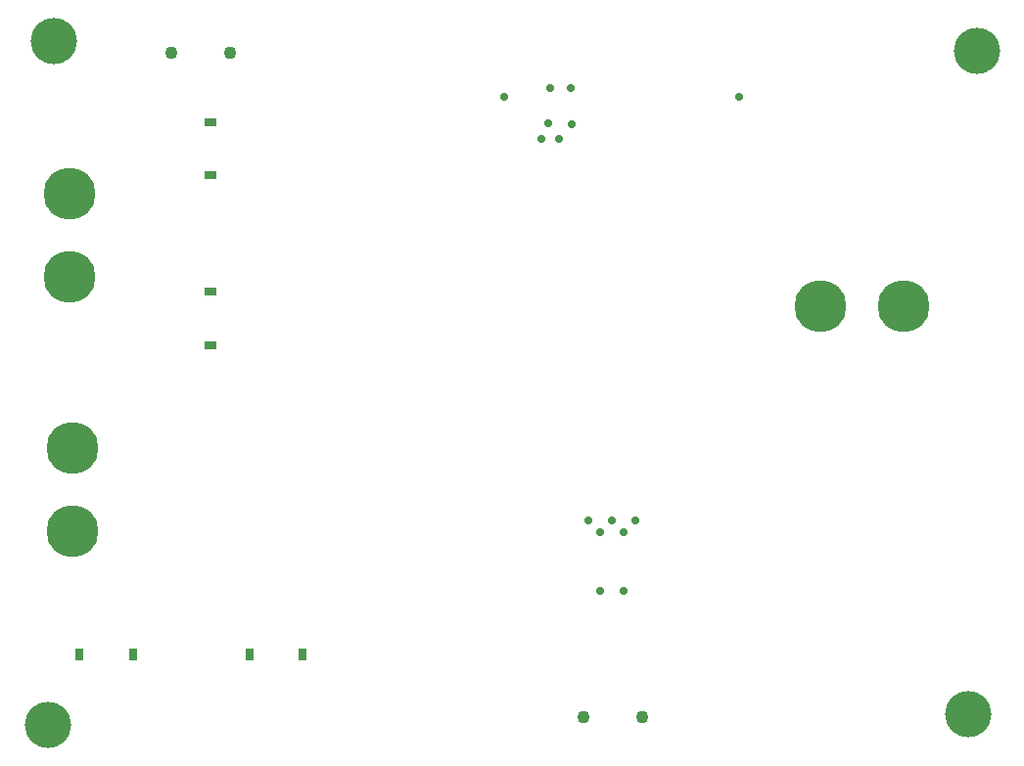
<source format=gbr>
%TF.GenerationSoftware,Altium Limited,Altium Designer,19.1.8 (144)*%
G04 Layer_Color=0*
%FSLAX26Y26*%
%MOIN*%
%TF.FileFunction,Plated,1,2,PTH,Drill*%
%TF.Part,Single*%
G01*
G75*
%TA.AperFunction,ComponentDrill*%
%ADD61R,0.043307X0.029528*%
%ADD62R,0.029528X0.043307*%
%ADD63C,0.177165*%
%ADD64C,0.177165*%
%TA.AperFunction,OtherDrill,Pad Free-2 (3305mil,2420mil)*%
%ADD65C,0.157480*%
%TA.AperFunction,OtherDrill,Pad Free-2 (3275mil,160mil)*%
%ADD66C,0.157480*%
%TA.AperFunction,OtherDrill,Pad Free-2 (140mil,125mil)*%
%ADD67C,0.157480*%
%TA.AperFunction,OtherDrill,Pad Free-2 (160mil,2455mil)*%
%ADD68C,0.157480*%
%TA.AperFunction,ComponentDrill*%
%ADD69C,0.043307*%
%TA.AperFunction,ViaDrill,NotFilled*%
%ADD70C,0.028000*%
D61*
X695000Y1997638D02*
D03*
X695197Y2178740D02*
D03*
X695000Y1600000D02*
D03*
X695197Y1416929D02*
D03*
D62*
X827638Y365000D02*
D03*
X1008740Y364803D02*
D03*
X430000Y365000D02*
D03*
X246929Y364803D02*
D03*
D63*
X225000Y1068465D02*
D03*
Y785000D02*
D03*
X215000Y1933465D02*
D03*
Y1650000D02*
D03*
D64*
X3055630Y1550000D02*
D03*
X2772165D02*
D03*
D65*
X3305000Y2420000D02*
D03*
D66*
X3275000Y160000D02*
D03*
D67*
X140000Y125000D02*
D03*
D68*
X160000Y2455000D02*
D03*
D69*
X1965000Y150000D02*
D03*
X2165000D02*
D03*
X760000Y2415000D02*
D03*
X560000D02*
D03*
D70*
X1820000Y2120000D02*
D03*
X1880000D02*
D03*
X2140000Y820000D02*
D03*
X2060000D02*
D03*
X1980000D02*
D03*
X2100000Y780000D02*
D03*
X2020000D02*
D03*
X2100000Y580000D02*
D03*
X2020000D02*
D03*
X1925000Y2170000D02*
D03*
X1845000Y2175000D02*
D03*
X1920000Y2295000D02*
D03*
X1850000D02*
D03*
X1695000Y2265000D02*
D03*
X2495000D02*
D03*
%TF.MD5,f68e694502e466ad933ffa0e09ef1616*%
M02*

</source>
